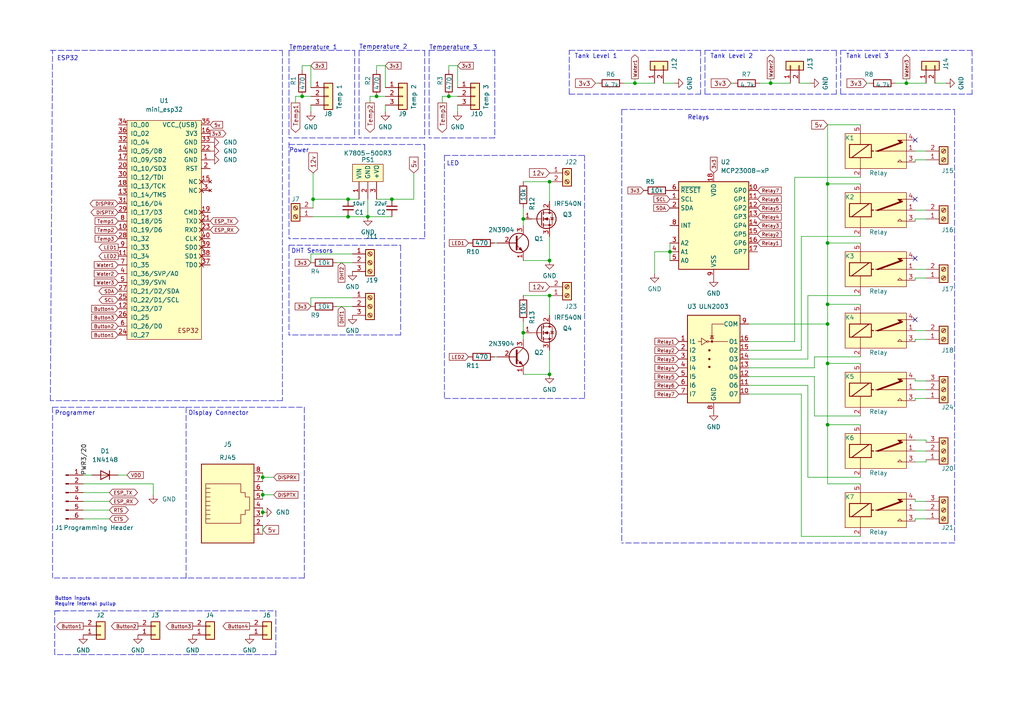
<source format=kicad_sch>
(kicad_sch (version 20211123) (generator eeschema)
  (paper "A4")
  (title_block (title "SmartRV-AIO") (date "2022-02-19") (rev "v0.1") (company "SmartRV") (comment 1 "robin@smartrv.uk"))
  (junction (at 159.385 52.705))
  (junction (at 151.765 96.52))
  (junction (at 100.965 62.865))
  (junction (at 106.68 62.865))
  (junction (at 159.385 75.565))
  (junction (at 113.665 57.785))
  (junction (at 151.765 63.5))
  (junction (at 76.2 138.43))
  (junction (at 109.22 27.94))
  (junction (at 159.385 108.585))
  (junction (at 90.805 57.785))
  (junction (at 240.03 70.485))
  (junction (at 100.965 57.785))
  (junction (at 262.89 24.13))
  (junction (at 76.2 148.59))
  (junction (at 130.175 27.94))
  (junction (at 240.03 93.98))
  (junction (at 87.63 27.94))
  (junction (at 76.2 143.51))
  (junction (at 194.31 73.025))
  (junction (at 184.15 24.13))
  (junction (at 240.03 88.265))
  (junction (at 240.03 105.41))
  (junction (at 159.385 85.725))
  (junction (at 223.52 24.13))
  (junction (at 240.03 123.19))
  (junction (at 240.03 53.34))
  (no_connect (at 265.43 74.93))
  (no_connect (at 265.43 92.71))
  (no_connect (at 265.43 40.64))
  (no_connect (at 265.43 57.785))
  (wire (pts (xy 217.17 114.3) (xy 232.41 114.3)))
  (polyline (pts (xy 123.19 41.91) (xy 123.19 69.215)))
  (polyline (pts (xy 243.84 27.305) (xy 281.94 27.305)))
  (wire (pts (xy 265.43 63.5) (xy 265.43 64.135)))
  (wire (pts (xy 90.805 62.865) (xy 100.965 62.865)))
  (polyline (pts (xy 165.1 27.305) (xy 203.2 27.305)))
  (wire (pts (xy 90.17 19.05) (xy 90.17 25.4)))
  (polyline (pts (xy 123.19 14.605) (xy 123.19 40.005)))
  (polyline (pts (xy 276.86 31.75) (xy 276.86 157.48)))
  (polyline (pts (xy 143.51 14.605) (xy 143.51 40.005)))
  (wire (pts (xy 234.315 111.76) (xy 234.315 138.43)))
  (polyline (pts (xy 124.46 14.605) (xy 143.51 14.605)))
  (wire (pts (xy 44.45 140.335) (xy 24.13 140.335)))
  (wire (pts (xy 159.385 85.725) (xy 151.765 85.725)))
  (wire (pts (xy 130.175 19.05) (xy 132.715 19.05)))
  (polyline (pts (xy 128.905 45.085) (xy 169.545 45.085)))
  (wire (pts (xy 217.17 101.6) (xy 232.41 101.6)))
  (wire (pts (xy 265.43 133.985) (xy 268.605 133.985)))
  (wire (pts (xy 268.605 63.5) (xy 265.43 63.5)))
  (wire (pts (xy 232.41 68.58) (xy 249.555 68.58)))
  (wire (pts (xy 240.03 36.195) (xy 249.555 36.195)))
  (wire (pts (xy 113.665 57.785) (xy 120.015 57.785)))
  (wire (pts (xy 100.965 57.785) (xy 104.14 57.785)))
  (polyline (pts (xy 15.875 189.865) (xy 15.875 177.165)))
  (wire (pts (xy 76.2 138.43) (xy 79.375 138.43)))
  (polyline (pts (xy 124.46 14.605) (xy 124.46 40.005)))
  (polyline (pts (xy 15.24 118.11) (xy 15.24 167.64)))
  (polyline (pts (xy 53.975 118.11) (xy 88.265 118.11)))
  (polyline (pts (xy 102.87 14.605) (xy 102.87 40.005)))
  (wire (pts (xy 87.63 19.05) (xy 90.17 19.05)))
  (wire (pts (xy 265.43 95.885) (xy 268.605 95.885)))
  (wire (pts (xy 173.355 24.13) (xy 172.72 24.13)))
  (polyline (pts (xy 83.82 41.91) (xy 123.19 41.91)))
  (wire (pts (xy 76.2 143.51) (xy 79.375 143.51)))
  (wire (pts (xy 265.43 151.13) (xy 265.43 150.495)))
  (wire (pts (xy 106.68 57.785) (xy 106.68 62.865)))
  (wire (pts (xy 87.63 27.94) (xy 90.17 27.94)))
  (polyline (pts (xy 180.34 31.75) (xy 276.86 31.75)))
  (wire (pts (xy 76.2 137.16) (xy 76.2 138.43)))
  (wire (pts (xy 189.865 79.375) (xy 189.865 73.025)))
  (wire (pts (xy 262.89 24.13) (xy 262.89 22.86)))
  (wire (pts (xy 265.43 43.815) (xy 268.605 43.815)))
  (wire (pts (xy 107.315 27.94) (xy 109.22 27.94)))
  (wire (pts (xy 232.41 155.575) (xy 249.555 155.575)))
  (polyline (pts (xy 14.605 14.605) (xy 81.915 14.605)))
  (wire (pts (xy 240.03 88.265) (xy 249.555 88.265)))
  (wire (pts (xy 268.605 80.645) (xy 265.43 80.645)))
  (wire (pts (xy 271.145 24.13) (xy 274.32 24.13)))
  (polyline (pts (xy 123.19 41.91) (xy 123.19 69.215)))
  (wire (pts (xy 265.43 78.105) (xy 268.605 78.105)))
  (wire (pts (xy 109.22 57.785) (xy 113.665 57.785)))
  (wire (pts (xy 109.22 27.94) (xy 111.76 27.94)))
  (wire (pts (xy 159.385 75.565) (xy 151.765 75.565)))
  (wire (pts (xy 90.17 32.385) (xy 90.17 30.48)))
  (polyline (pts (xy 276.86 157.48) (xy 180.34 157.48)))
  (wire (pts (xy 240.03 70.485) (xy 249.555 70.485)))
  (wire (pts (xy 265.43 115.57) (xy 265.43 116.205)))
  (wire (pts (xy 90.805 57.785) (xy 100.965 57.785)))
  (wire (pts (xy 159.385 101.6) (xy 159.385 108.585)))
  (wire (pts (xy 159.385 108.585) (xy 151.765 108.585)))
  (wire (pts (xy 236.22 120.65) (xy 249.555 120.65)))
  (polyline (pts (xy 14.605 116.205) (xy 15.24 14.605)))
  (wire (pts (xy 76.2 147.32) (xy 76.2 148.59)))
  (polyline (pts (xy 15.24 118.11) (xy 53.975 118.11)))
  (wire (pts (xy 151.765 60.325) (xy 151.765 63.5)))
  (polyline (pts (xy 116.205 71.12) (xy 116.205 97.155)))
  (wire (pts (xy 31.75 147.955) (xy 24.13 147.955)))
  (polyline (pts (xy 83.82 14.605) (xy 102.87 14.605)))
  (wire (pts (xy 265.43 46.355) (xy 265.43 46.99)))
  (polyline (pts (xy 165.1 14.605) (xy 203.2 14.605)))
  (wire (pts (xy 232.41 114.3) (xy 232.41 155.575)))
  (wire (pts (xy 97.79 76.2) (xy 102.235 76.2)))
  (polyline (pts (xy 203.2 14.605) (xy 203.2 27.305)))
  (wire (pts (xy 36.83 137.795) (xy 34.29 137.795)))
  (polyline (pts (xy 242.57 14.605) (xy 242.57 27.305)))
  (wire (pts (xy 87.63 19.05) (xy 87.63 20.32)))
  (polyline (pts (xy 80.01 189.865) (xy 15.875 189.865)))
  (wire (pts (xy 240.03 93.98) (xy 240.03 105.41)))
  (polyline (pts (xy 123.19 69.215) (xy 83.82 69.215)))
  (wire (pts (xy 240.03 53.34) (xy 240.03 36.195)))
  (wire (pts (xy 240.03 105.41) (xy 240.03 123.19)))
  (wire (pts (xy 268.605 115.57) (xy 265.43 115.57)))
  (wire (pts (xy 236.22 109.22) (xy 236.22 120.65)))
  (wire (pts (xy 97.79 88.9) (xy 102.235 88.9)))
  (wire (pts (xy 234.315 85.725) (xy 249.555 85.725)))
  (wire (pts (xy 31.75 150.495) (xy 24.13 150.495)))
  (wire (pts (xy 236.22 103.505) (xy 249.555 103.505)))
  (wire (pts (xy 217.17 104.14) (xy 234.315 104.14)))
  (polyline (pts (xy 143.51 40.005) (xy 124.46 40.005)))
  (wire (pts (xy 223.52 24.13) (xy 229.235 24.13)))
  (wire (pts (xy 268.605 133.985) (xy 268.605 133.35)))
  (wire (pts (xy 240.03 93.98) (xy 240.03 88.265)))
  (wire (pts (xy 130.175 27.94) (xy 132.715 27.94)))
  (wire (pts (xy 265.43 127.635) (xy 268.605 127.635)))
  (wire (pts (xy 31.75 145.415) (xy 24.13 145.415)))
  (polyline (pts (xy 169.545 45.085) (xy 169.545 115.57)))
  (wire (pts (xy 26.67 137.795) (xy 24.13 137.795)))
  (wire (pts (xy 76.2 138.43) (xy 76.2 139.7)))
  (wire (pts (xy 234.315 104.14) (xy 234.315 85.725)))
  (polyline (pts (xy 53.975 118.11) (xy 53.975 167.64)))
  (wire (pts (xy 132.715 32.385) (xy 132.715 30.48)))
  (polyline (pts (xy 83.82 41.275) (xy 83.82 69.215)))
  (polyline (pts (xy 128.905 45.085) (xy 128.905 115.57)))
  (polyline (pts (xy 243.84 14.605) (xy 281.94 14.605)))
  (wire (pts (xy 128.27 29.845) (xy 128.27 27.94)))
  (polyline (pts (xy 102.87 40.005) (xy 83.82 40.005)))
  (wire (pts (xy 217.17 111.76) (xy 234.315 111.76)))
  (wire (pts (xy 128.27 27.94) (xy 130.175 27.94)))
  (polyline (pts (xy 165.1 27.305) (xy 165.1 14.605)))
  (wire (pts (xy 90.17 88.9) (xy 90.17 86.36)))
  (wire (pts (xy 232.41 101.6) (xy 232.41 68.58)))
  (wire (pts (xy 143.51 70.485) (xy 144.145 70.485)))
  (wire (pts (xy 259.715 24.13) (xy 262.89 24.13)))
  (wire (pts (xy 230.505 99.06) (xy 230.505 51.435)))
  (polyline (pts (xy 53.975 167.64) (xy 15.24 167.64)))
  (wire (pts (xy 107.315 29.845) (xy 107.315 27.94)))
  (wire (pts (xy 111.76 19.05) (xy 111.76 25.4)))
  (wire (pts (xy 240.03 140.335) (xy 249.555 140.335)))
  (polyline (pts (xy 15.875 177.165) (xy 80.01 177.165)))
  (wire (pts (xy 151.765 93.345) (xy 151.765 96.52)))
  (polyline (pts (xy 180.34 31.75) (xy 180.34 157.48)))
  (wire (pts (xy 109.22 19.05) (xy 111.76 19.05)))
  (wire (pts (xy 100.965 62.865) (xy 106.68 62.865)))
  (polyline (pts (xy 281.94 14.605) (xy 281.94 27.305)))
  (wire (pts (xy 90.17 86.36) (xy 102.235 86.36)))
  (wire (pts (xy 159.385 91.44) (xy 159.385 85.725)))
  (polyline (pts (xy 88.265 118.11) (xy 88.265 167.64)))
  (wire (pts (xy 217.17 93.98) (xy 240.03 93.98)))
  (wire (pts (xy 234.315 138.43) (xy 249.555 138.43)))
  (wire (pts (xy 31.75 142.875) (xy 24.13 142.875)))
  (wire (pts (xy 265.43 60.96) (xy 268.605 60.96)))
  (wire (pts (xy 265.43 109.855) (xy 265.43 110.49)))
  (wire (pts (xy 194.31 73.025) (xy 194.31 75.565)))
  (wire (pts (xy 217.17 109.22) (xy 236.22 109.22)))
  (wire (pts (xy 90.805 60.325) (xy 90.805 57.785)))
  (wire (pts (xy 265.43 147.955) (xy 268.605 147.955)))
  (wire (pts (xy 151.765 96.52) (xy 151.765 98.425)))
  (wire (pts (xy 90.17 73.66) (xy 102.235 73.66)))
  (wire (pts (xy 265.43 80.645) (xy 265.43 81.28)))
  (wire (pts (xy 240.03 88.265) (xy 240.03 70.485)))
  (wire (pts (xy 240.03 123.19) (xy 240.03 140.335)))
  (wire (pts (xy 76.2 148.59) (xy 76.2 149.86)))
  (wire (pts (xy 90.17 76.2) (xy 90.17 73.66)))
  (wire (pts (xy 159.385 68.58) (xy 159.385 75.565)))
  (polyline (pts (xy 204.47 27.305) (xy 204.47 14.605)))
  (wire (pts (xy 90.805 50.165) (xy 90.805 57.785)))
  (wire (pts (xy 236.22 106.68) (xy 236.22 103.505)))
  (wire (pts (xy 240.03 53.34) (xy 249.555 53.34)))
  (polyline (pts (xy 116.205 97.155) (xy 83.82 97.155)))
  (wire (pts (xy 217.17 106.68) (xy 236.22 106.68)))
  (wire (pts (xy 265.43 113.03) (xy 268.605 113.03)))
  (wire (pts (xy 109.22 19.05) (xy 109.22 20.32)))
  (polyline (pts (xy 88.265 167.64) (xy 53.975 167.64)))
  (wire (pts (xy 223.52 24.13) (xy 223.52 22.86)))
  (wire (pts (xy 268.605 145.415) (xy 265.43 145.415)))
  (polyline (pts (xy 81.915 14.605) (xy 81.915 116.205)))
  (wire (pts (xy 240.03 123.19) (xy 249.555 123.19)))
  (wire (pts (xy 130.175 19.05) (xy 130.175 20.32)))
  (wire (pts (xy 85.725 27.94) (xy 87.63 27.94)))
  (wire (pts (xy 180.975 24.13) (xy 184.15 24.13)))
  (wire (pts (xy 120.015 50.165) (xy 120.015 57.785)))
  (polyline (pts (xy 83.82 71.12) (xy 83.82 97.155)))
  (wire (pts (xy 240.03 70.485) (xy 240.03 53.34)))
  (wire (pts (xy 106.68 62.865) (xy 113.665 62.865)))
  (wire (pts (xy 231.775 24.13) (xy 234.95 24.13)))
  (wire (pts (xy 230.505 51.435) (xy 249.555 51.435)))
  (wire (pts (xy 194.31 70.485) (xy 194.31 73.025)))
  (wire (pts (xy 132.715 19.05) (xy 132.715 25.4)))
  (wire (pts (xy 217.17 99.06) (xy 230.505 99.06)))
  (wire (pts (xy 265.43 110.49) (xy 268.605 110.49)))
  (polyline (pts (xy 123.19 40.005) (xy 104.14 40.005)))
  (wire (pts (xy 240.03 105.41) (xy 249.555 105.41)))
  (wire (pts (xy 85.725 29.845) (xy 85.725 27.94)))
  (polyline (pts (xy 15.875 177.165) (xy 17.145 177.165)))
  (wire (pts (xy 268.605 98.425) (xy 265.43 98.425)))
  (polyline (pts (xy 83.82 71.12) (xy 116.205 71.12)))
  (wire (pts (xy 76.2 143.51) (xy 76.2 144.78)))
  (wire (pts (xy 262.89 24.13) (xy 268.605 24.13)))
  (wire (pts (xy 151.765 63.5) (xy 151.765 65.405)))
  (polyline (pts (xy 81.915 116.205) (xy 14.605 116.205)))
  (polyline (pts (xy 104.14 14.605) (xy 104.14 40.005)))
  (wire (pts (xy 265.43 145.415) (xy 265.43 144.78)))
  (wire (pts (xy 252.095 24.13) (xy 251.46 24.13)))
  (polyline (pts (xy 83.82 14.605) (xy 83.82 40.005)))
  (wire (pts (xy 192.405 24.13) (xy 195.58 24.13)))
  (polyline (pts (xy 80.01 177.165) (xy 80.01 189.865)))
  (wire (pts (xy 265.43 130.81) (xy 268.605 130.81)))
  (polyline (pts (xy 204.47 27.305) (xy 242.57 27.305)))
  (wire (pts (xy 111.76 32.385) (xy 111.76 30.48)))
  (wire (pts (xy 159.385 52.705) (xy 151.765 52.705)))
  (wire (pts (xy 212.725 24.13) (xy 212.09 24.13)))
  (polyline (pts (xy 204.47 14.605) (xy 242.57 14.605)))
  (wire (pts (xy 189.865 73.025) (xy 194.31 73.025)))
  (wire (pts (xy 220.345 24.13) (xy 223.52 24.13)))
  (wire (pts (xy 265.43 98.425) (xy 265.43 99.06)))
  (wire (pts (xy 159.385 58.42) (xy 159.385 52.705)))
  (polyline (pts (xy 243.84 27.305) (xy 243.84 14.605)))
  (wire (pts (xy 265.43 150.495) (xy 268.605 150.495)))
  (wire (pts (xy 76.2 142.24) (xy 76.2 143.51)))
  (wire (pts (xy 143.51 103.505) (xy 144.145 103.505)))
  (wire (pts (xy 184.15 24.13) (xy 184.15 22.86)))
  (wire (pts (xy 268.605 127.635) (xy 268.605 128.27)))
  (polyline (pts (xy 169.545 115.57) (xy 128.905 115.57)))
  (wire (pts (xy 44.45 143.51) (xy 44.45 140.335)))
  (wire (pts (xy 76.2 152.4) (xy 76.2 154.94)))
  (polyline (pts (xy 104.14 14.605) (xy 123.19 14.605)))
  (wire (pts (xy 184.15 24.13) (xy 189.865 24.13)))
  (wire (pts (xy 268.605 46.355) (xy 265.43 46.355)))
  (text "Relays" (at 199.39 34.925 0) (effects (font (size 1.27 1.27)) (justify left bottom)))
  (text "Power\n" (at 83.82 44.45 0) (effects (font (size 1.27 1.27)) (justify left bottom)))
  (text "LED\n" (at 129.54 48.26 0) (effects (font (size 1.27 1.27)) (justify left bottom)))
  (text "ESP32" (at 16.51 17.78 0) (effects (font (size 1.27 1.27)) (justify left bottom)))
  (text "Temperature 1\n" (at 83.82 14.605 0) (effects (font (size 1.27 1.27)) (justify left bottom)))
  (text "Temperature 2\n\n" (at 104.14 16.51 0) (effects (font (size 1.27 1.27)) (justify left bottom)))
  (text "Temperature 3" (at 124.46 14.605 0) (effects (font (size 1.27 1.27)) (justify left bottom)))
  (text "Button inputs\nRequire internal pullup\n" (at 15.875 175.895 0) (effects (font (size 1 1)) (justify left bottom)))
  (text "DHT Sensors\n" (at 84.455 73.66 0) (effects (font (size 1.27 1.27)) (justify left bottom)))
  (text "Programmer\n" (at 15.875 120.65 0) (effects (font (size 1.27 1.27)) (justify left bottom)))
  (text "Tank Level 2\n" (at 218.44 17.145 180) (effects (font (size 1.27 1.27)) (justify right bottom)))
  (text "Tank Level 3\n" (at 257.81 17.145 180) (effects (font (size 1.27 1.27)) (justify right bottom)))
  (text "Display Connector\n" (at 54.61 120.65 0) (effects (font (size 1.27 1.27)) (justify left bottom)))
  (text "Tank Level 1" (at 179.07 17.145 180) (effects (font (size 1.27 1.27)) (justify right bottom)))
  (label "PWR3{slash}20" (at 25.4 137.795 90))
  (global_label "LED2" (shape output) (at 34.29 74.295 180) (effects (font (size 1 1))) (property "Intersheet References" "${INTERSHEET_REFS}" (effects hide)))
  (global_label "Button3" (shape output) (at 55.88 181.61 180) (effects (font (size 1 1))) (property "Intersheet References" "${INTERSHEET_REFS}" (effects hide)))
  (global_label "RTS" (shape bidirectional) (at 31.75 147.955 0) (effects (font (size 1 1))) (property "Intersheet References" "${INTERSHEET_REFS}" (effects hide)))
  (global_label "Relay7" (shape input) (at 196.85 114.3 180) (effects (font (size 1 1))) (property "Intersheet References" "${INTERSHEET_REFS}" (effects hide)))
  (global_label "12v" (shape input) (at 159.385 83.185 180) (property "Intersheet References" "${INTERSHEET_REFS}" (effects hide)))
  (global_label "ESP_TX" (shape bidirectional) (at 31.75 142.875 0) (effects (font (size 1 1))) (property "Intersheet References" "${INTERSHEET_REFS}" (effects hide)))
  (global_label "5v" (shape input) (at 60.96 36.195 0) (effects (font (size 1 1))) (property "Intersheet References" "${INTERSHEET_REFS}" (effects hide)))
  (global_label "Temp3" (shape output) (at 128.27 29.845 270) (property "Intersheet References" "${INTERSHEET_REFS}" (effects hide)))
  (global_label "Water1" (shape output) (at 184.15 22.86 90) (effects (font (size 1 1))) (property "Intersheet References" "${INTERSHEET_REFS}" (effects hide)))
  (global_label "Temp1" (shape input) (at 34.29 64.135 180) (effects (font (size 1 1))) (property "Intersheet References" "${INTERSHEET_REFS}" (effects hide)))
  (global_label "3v3" (shape input) (at 90.17 19.05 0) (effects (font (size 1 1))) (property "Intersheet References" "${INTERSHEET_REFS}" (effects hide)))
  (global_label "DISPRX" (shape bidirectional) (at 34.29 59.055 180) (effects (font (size 1 1))) (property "Intersheet References" "${INTERSHEET_REFS}" (effects hide)))
  (global_label "Temp2" (shape input) (at 34.29 66.675 180) (effects (font (size 1 1))) (property "Intersheet References" "${INTERSHEET_REFS}" (effects hide)))
  (global_label "VDD" (shape input) (at 36.83 137.795 0) (effects (font (size 1 1))) (property "Intersheet References" "${INTERSHEET_REFS}" (effects hide)))
  (global_label "5v" (shape input) (at 120.015 50.165 90) (property "Intersheet References" "${INTERSHEET_REFS}" (effects hide)))
  (global_label "3v3" (shape input) (at 207.01 50.165 90) (effects (font (size 1 1))) (property "Intersheet References" "${INTERSHEET_REFS}" (effects hide)))
  (global_label "Button2" (shape output) (at 40.005 181.61 180) (effects (font (size 1 1))) (property "Intersheet References" "${INTERSHEET_REFS}" (effects hide)))
  (global_label "Relay3" (shape input) (at 196.85 104.14 180) (effects (font (size 1 1))) (property "Intersheet References" "${INTERSHEET_REFS}" (effects hide)))
  (global_label "Relay1" (shape input) (at 219.71 70.485 0) (effects (font (size 1 1))) (property "Intersheet References" "${INTERSHEET_REFS}" (effects hide)))
  (global_label "DHT1" (shape input) (at 99.06 88.9 270) (effects (font (size 1 1))) (property "Intersheet References" "${INTERSHEET_REFS}" (effects hide)))
  (global_label "Relay6" (shape input) (at 219.71 57.785 0) (effects (font (size 1 1))) (property "Intersheet References" "${INTERSHEET_REFS}" (effects hide)))
  (global_label "DISPTX" (shape input) (at 79.375 143.51 0) (effects (font (size 1 1))) (property "Intersheet References" "${INTERSHEET_REFS}" (effects hide)))
  (global_label "Relay4" (shape input) (at 219.71 62.865 0) (effects (font (size 1 1))) (property "Intersheet References" "${INTERSHEET_REFS}" (effects hide)))
  (global_label "LED2" (shape input) (at 135.89 103.505 180) (effects (font (size 1 1))) (property "Intersheet References" "${INTERSHEET_REFS}" (effects hide)))
  (global_label "12v" (shape input) (at 159.385 50.165 180) (property "Intersheet References" "${INTERSHEET_REFS}" (effects hide)))
  (global_label "3v3" (shape output) (at 60.96 38.735 0) (effects (font (size 1 1))) (property "Intersheet References" "${INTERSHEET_REFS}" (effects hide)))
  (global_label "Button4" (shape output) (at 72.39 181.61 180) (effects (font (size 1 1))) (property "Intersheet References" "${INTERSHEET_REFS}" (effects hide)))
  (global_label "Water2" (shape input) (at 34.29 79.375 180) (effects (font (size 1 1))) (property "Intersheet References" "${INTERSHEET_REFS}" (effects hide)))
  (global_label "Relay2" (shape input) (at 196.85 101.6 180) (effects (font (size 1 1))) (property "Intersheet References" "${INTERSHEET_REFS}" (effects hide)))
  (global_label "SCL" (shape input) (at 194.31 57.785 180) (effects (font (size 1 1))) (property "Intersheet References" "${INTERSHEET_REFS}" (effects hide)))
  (global_label "Temp3" (shape input) (at 34.29 69.215 180) (effects (font (size 1 1))) (property "Intersheet References" "${INTERSHEET_REFS}" (effects hide)))
  (global_label "Water3" (shape output) (at 262.89 22.86 90) (effects (font (size 1 1))) (property "Intersheet References" "${INTERSHEET_REFS}" (effects hide)))
  (global_label "Button1" (shape input) (at 34.29 97.155 180) (effects (font (size 1 1))) (property "Intersheet References" "${INTERSHEET_REFS}" (effects hide)))
  (global_label "ESP_TX" (shape bidirectional) (at 60.96 64.135 0) (effects (font (size 1 1))) (property "Intersheet References" "${INTERSHEET_REFS}" (effects hide)))
  (global_label "3v3" (shape input) (at 251.46 24.13 180) (property "Intersheet References" "${INTERSHEET_REFS}" (effects hide)))
  (global_label "12v" (shape input) (at 90.805 50.165 90) (property "Intersheet References" "${INTERSHEET_REFS}" (effects hide)))
  (global_label "Water2" (shape output) (at 223.52 22.86 90) (effects (font (size 1 1))) (property "Intersheet References" "${INTERSHEET_REFS}" (effects hide)))
  (global_label "3v3" (shape input) (at 212.09 24.13 180) (property "Intersheet References" "${INTERSHEET_REFS}" (effects hide)))
  (global_label "5v" (shape input) (at 240.03 36.195 180) (property "Intersheet References" "${INTERSHEET_REFS}" (effects hide)))
  (global_label "Button4" (shape input) (at 34.29 89.535 180) (effects (font (size 1 1))) (property "Intersheet References" "${INTERSHEET_REFS}" (effects hide)))
  (global_label "Relay5" (shape input) (at 196.85 109.22 180) (effects (font (size 1 1))) (property "Intersheet References" "${INTERSHEET_REFS}" (effects hide)))
  (global_label "CTS" (shape bidirectional) (at 31.75 150.495 0) (effects (font (size 1 1))) (property "Intersheet References" "${INTERSHEET_REFS}" (effects hide)))
  (global_label "DHT2" (shape input) (at 99.06 76.2 270) (effects (font (size 1 1))) (property "Intersheet References" "${INTERSHEET_REFS}" (effects hide)))
  (global_label "Relay4" (shape input) (at 196.85 106.68 180) (effects (font (size 1 1))) (property "Intersheet References" "${INTERSHEET_REFS}" (effects hide)))
  (global_label "SCL" (shape bidirectional) (at 34.29 86.995 180) (effects (font (size 1 1))) (property "Intersheet References" "${INTERSHEET_REFS}" (effects hide)))
  (global_label "Relay1" (shape input) (at 196.85 99.06 180) (effects (font (size 1 1))) (property "Intersheet References" "${INTERSHEET_REFS}" (effects hide)))
  (global_label "DISPTX" (shape bidirectional) (at 34.29 61.595 180) (effects (font (size 1 1))) (property "Intersheet References" "${INTERSHEET_REFS}" (effects hide)))
  (global_label "SDA" (shape input) (at 194.31 60.325 180) (effects (font (size 1 1))) (property "Intersheet References" "${INTERSHEET_REFS}" (effects hide)))
  (global_label "3v3" (shape input) (at 111.76 19.05 0) (effects (font (size 1 1))) (property "Intersheet References" "${INTERSHEET_REFS}" (effects hide)))
  (global_label "3v3" (shape input) (at 186.69 55.245 180) (effects (font (size 1 1))) (property "Intersheet References" "${INTERSHEET_REFS}" (effects hide)))
  (global_label "Relay7" (shape input) (at 219.71 55.245 0) (effects (font (size 1 1))) (property "Intersheet References" "${INTERSHEET_REFS}" (effects hide)))
  (global_label "Button1" (shape output) (at 24.13 181.61 180) (effects (font (size 1 1))) (property "Intersheet References" "${INTERSHEET_REFS}" (effects hide)))
  (global_label "Temp1" (shape output) (at 85.725 29.845 270) (property "Intersheet References" "${INTERSHEET_REFS}" (effects hide)))
  (global_label "Water3" (shape input) (at 34.29 81.915 180) (effects (font (size 1 1))) (property "Intersheet References" "${INTERSHEET_REFS}" (effects hide)))
  (global_label "LED1" (shape input) (at 135.89 70.485 180) (effects (font (size 1 1))) (property "Intersheet References" "${INTERSHEET_REFS}" (effects hide)))
  (global_label "3v3" (shape input) (at 90.17 88.9 180) (effects (font (size 1 1))) (property "Intersheet References" "${INTERSHEET_REFS}" (effects hide)))
  (global_label "Relay3" (shape input) (at 219.71 65.405 0) (effects (font (size 1 1))) (property "Intersheet References" "${INTERSHEET_REFS}" (effects hide)))
  (global_label "Relay2" (shape input) (at 219.71 67.945 0) (effects (font (size 1 1))) (property "Intersheet References" "${INTERSHEET_REFS}" (effects hide)))
  (global_label "Relay5" (shape input) (at 219.71 60.325 0) (effects (font (size 1 1))) (property "Intersheet References" "${INTERSHEET_REFS}" (effects hide)))
  (global_label "Button2" (shape input) (at 34.29 94.615 180) (effects (font (size 1 1))) (property "Intersheet References" "${INTERSHEET_REFS}" (effects hide)))
  (global_label "Relay6" (shape input) (at 196.85 111.76 180) (effects (font (size 1 1))) (property "Intersheet References" "${INTERSHEET_REFS}" (effects hide)))
  (global_label "3v3" (shape input) (at 90.17 76.2 180) (effects (font (size 1 1))) (property "Intersheet References" "${INTERSHEET_REFS}" (effects hide)))
  (global_label "Water1" (shape input) (at 34.29 76.835 180) (effects (font (size 1 1))) (property "Intersheet References" "${INTERSHEET_REFS}" (effects hide)))
  (global_label "Button3" (shape input) (at 34.29 92.075 180) (effects (font (size 1 1))) (property "Intersheet References" "${INTERSHEET_REFS}" (effects hide)))
  (global_label "Temp2" (shape output) (at 107.315 29.845 270) (property "Intersheet References" "${INTERSHEET_REFS}" (effects hide)))
  (global_label "DISPRX" (shape input) (at 79.375 138.43 0) (effects (font (size 1 1))) (property "Intersheet References" "${INTERSHEET_REFS}" (effects hide)))
  (global_label "3v3" (shape input) (at 132.715 19.05 0) (effects (font (size 1 1))) (property "Intersheet References" "${INTERSHEET_REFS}" (effects hide)))
  (global_label "ESP_RX" (shape bidirectional) (at 60.96 66.675 0) (effects (font (size 1 1))) (property "Intersheet References" "${INTERSHEET_REFS}" (effects hide)))
  (global_label "3v3" (shape input) (at 172.72 24.13 180) (property "Intersheet References" "${INTERSHEET_REFS}" (effects hide)))
  (global_label "LED1" (shape output) (at 34.29 71.755 180) (effects (font (size 1 1))) (property "Intersheet References" "${INTERSHEET_REFS}" (effects hide)))
  (global_label "ESP_RX" (shape bidirectional) (at 31.75 145.415 0) (effects (font (size 1 1))) (property "Intersheet References" "${INTERSHEET_REFS}" (effects hide)))
  (global_label "SDA" (shape bidirectional) (at 34.29 84.455 180) (effects (font (size 1 1))) (property "Intersheet References" "${INTERSHEET_REFS}" (effects hide)))
  (global_label "5v" (shape input) (at 76.2 153.67 0) (property "Intersheet References" "${INTERSHEET_REFS}" (effects hide)))
  (symbol (lib_id "Connector:Screw_Terminal_01x03") (at 273.685 113.03 0) (mirror x) (unit 1)
    (property "Reference" "J24" (at 273.05 118.11 0) (effects (justify left)))
    (property "Value" "Screw_Terminal_01x03" (effects hide))
    (property "Footprint" "TerminalBlock_Phoenix:TerminalBlock_Phoenix_MKDS-1,5-3_1x03_P5.00mm_Horizontal" (effects hide))
  )
  (symbol (lib_id "power:GND") (at 44.45 143.51 0) (unit 1)
    (property "Reference" "#PWR03" (effects hide))
    (property "Value" "GND" (at 46.99 144.7799 0) (effects (justify left)))
  )
  (symbol (lib_id "Connector:Screw_Terminal_01x02") (at 273.685 63.5 0) (mirror x) (unit 1)
    (property "Reference" "J16" (at 273.05 66.675 0) (effects (justify left)))
    (property "Value" "Screw_Terminal_01x02" (effects hide))
    (property "Footprint" "TerminalBlock_Phoenix:TerminalBlock_Phoenix_MKDS-1,5-2_1x02_P5.00mm_Horizontal" (effects hide))
  )
  (symbol (lib_id "Connector_Generic:Conn_01x03") (at 137.795 27.94 0) (unit 1)
    (property "Reference" "J10" (at 136.525 33.02 0) (effects (justify left)))
    (property "Value" "Temp 3" (at 140.97 31.75 90) (effects (justify left)))
    (property "Footprint" "Connector_JST:JST_XH_B3B-XH-A_1x03_P2.50mm_Vertical" (effects hide))
  )
  (symbol (lib_id "Device:R") (at 130.175 24.13 0) (unit 1)
    (property "Reference" "R3" (at 127.635 24.765 90) (effects (justify left)))
    (property "Value" "470" (at 129.54 22.225 90) (effects (justify right top)))
    (property "Footprint" "Resistor_THT:R_Axial_DIN0207_L6.3mm_D2.5mm_P7.62mm_Horizontal" (effects hide))
  )
  (symbol (lib_id "power:GND") (at 106.68 62.865 0) (unit 1)
    (property "Reference" "#PWR011" (effects hide))
    (property "Value" "GND" (at 106.68 67.31 0))
  )
  (symbol (lib_id "Device:R") (at 93.98 88.9 90) (unit 1)
    (property "Reference" "R9" (at 91.44 91.44 90))
    (property "Value" "10k" (at 93.98 88.9 90))
    (property "Footprint" "Resistor_THT:R_Axial_DIN0207_L6.3mm_D2.5mm_P7.62mm_Horizontal" (effects hide))
  )
  (symbol (lib_id "power:GND") (at 207.01 119.38 0) (unit 1)
    (property "Reference" "#PWR018" (effects hide))
    (property "Value" "GND" (at 207.01 123.825 0))
  )
  (symbol (lib_id "Connector_Generic:Conn_01x03") (at 116.84 27.94 0) (unit 1)
    (property "Reference" "J9" (at 115.57 33.02 0) (effects (justify left)))
    (property "Value" "Temp 2" (at 120.015 31.75 90) (effects (justify left)))
    (property "Footprint" "Connector_JST:JST_XH_B3B-XH-A_1x03_P2.50mm_Vertical" (effects hide))
  )
  (symbol (lib_id "Relay:SANYOU_SRD_Form_C") (at 252.095 130.81 0) (unit 1)
    (property "Reference" "K6" (at 245.11 127 0) (effects (justify left)))
    (property "Value" "Relay" (at 252.095 137.16 0) (effects (justify left)))
    (property "Footprint" "Relay_THT:Relay_SPDT_SANYOU_SRD_Series_Form_C" (effects hide))
    (property "Datasheet" "http://www.sanyourelay.ca/public/products/pdf/SRD.pdf" (effects hide))
  )
  (symbol (lib_id "Device:R") (at 139.7 103.505 90) (unit 1)
    (property "Reference" "R11" (at 137.16 106.045 90))
    (property "Value" "470" (at 139.7 103.505 90))
    (property "Footprint" "Resistor_THT:R_Axial_DIN0207_L6.3mm_D2.5mm_P7.62mm_Horizontal" (effects hide))
  )
  (symbol (lib_id "power:GND") (at 102.235 91.44 0) (unit 1)
    (property "Reference" "#PWR021" (effects hide))
    (property "Value" "GND" (at 102.235 95.885 0))
  )
  (symbol (lib_id "Interface_Expansion:MCP23008-xP") (at 207.01 65.405 0) (unit 1)
    (property "Reference" "U2" (at 209.0294 46.99 0) (effects (justify left)))
    (property "Value" "MCP23008-xP" (at 209.0294 49.53 0) (effects (justify left)))
    (property "Footprint" "Package_DIP:DIP-18_W7.62mm" (effects hide))
    (property "Datasheet" "http://ww1.microchip.com/downloads/en/DeviceDoc/MCP23008-MCP23S08-Data-Sheet-20001919F.pdf" (effects hide))
  )
  (symbol (lib_id "Transistor_Array:ULN2003") (at 207.01 104.14 0) (unit 1)
    (property "Reference" "U3" (at 200.66 88.9 0))
    (property "Value" "ULN2003" (at 207.01 88.9 0))
    (property "Footprint" "Package_DIP:DIP-16_W7.62mm_LongPads" (effects hide))
    (property "Datasheet" "http://www.ti.com/lit/ds/symlink/uln2003a.pdf" (effects hide))
  )
  (symbol (lib_id "power:GND") (at 40.005 184.15 0) (unit 1)
    (property "Reference" "#PWR02" (effects hide))
    (property "Value" "GND" (at 40.005 188.595 0))
  )
  (symbol (lib_id "Relay:SANYOU_SRD_Form_C") (at 252.095 60.96 0) (unit 1)
    (property "Reference" "K2" (at 245.11 57.15 0) (effects (justify left)))
    (property "Value" "Relay" (at 252.095 67.31 0) (effects (justify left)))
    (property "Footprint" "Relay_THT:Relay_SPDT_SANYOU_SRD_Series_Form_C" (effects hide))
    (property "Datasheet" "http://www.sanyourelay.ca/public/products/pdf/SRD.pdf" (effects hide))
  )
  (symbol (lib_id "power:GND") (at 102.235 78.74 0) (unit 1)
    (property "Reference" "#PWR014" (effects hide))
    (property "Value" "GND" (at 102.235 83.185 0))
  )
  (symbol (lib_id "Diode:1N4148") (at 30.48 137.795 180) (unit 1)
    (property "Reference" "D1" (at 30.48 130.81 0))
    (property "Value" "1N4148" (at 30.48 133.35 0))
    (property "Footprint" "Diode_THT:D_DO-35_SOD27_P7.62mm_Horizontal" (effects hide))
    (property "Datasheet" "https://assets.nexperia.com/documents/data-sheet/1N4148_1N4448.pdf" (effects hide))
  )
  (symbol (lib_id "Transistor_BJT:2N3904") (at 149.225 103.505 0) (unit 1)
    (property "Reference" "Q2" (at 154.94 102.2349 0) (effects (justify left)))
    (property "Value" "2N3904" (at 141.605 99.695 0) (effects (justify left)))
    (property "Footprint" "Package_TO_SOT_THT:TO-92_Inline" (effects hide))
    (property "Datasheet" "https://www.onsemi.com/pub/Collateral/2N3903-D.PDF" (effects hide))
  )
  (symbol (lib_id "Connector_Generic:Conn_01x02") (at 29.21 184.15 0) (mirror x) (unit 1)
    (property "Reference" "J2" (at 27.94 178.435 0) (effects (justify left)))
    (property "Value" "Button1" (effects hide))
    (property "Footprint" "Connector_JST:JST_XH_B2B-XH-A_1x02_P2.50mm_Vertical" (effects hide))
  )
  (symbol (lib_id "Connector:Screw_Terminal_01x03") (at 273.685 130.81 0) (mirror x) (unit 1)
    (property "Reference" "J20" (at 273.05 135.89 0) (effects (justify left)))
    (property "Value" "Screw_Terminal_01x03" (effects hide))
    (property "Footprint" "TerminalBlock_Phoenix:TerminalBlock_Phoenix_MKDS-1,5-3_1x03_P5.00mm_Horizontal" (effects hide))
  )
  (symbol (lib_id "Connector:Screw_Terminal_01x02") (at 164.465 85.725 0) (mirror x) (unit 1)
    (property "Reference" "J23" (at 163.83 88.9 0) (effects (justify left)))
    (property "Value" "Screw_Terminal_01x02" (effects hide))
    (property "Footprint" "TerminalBlock_Phoenix:TerminalBlock_Phoenix_MKDS-1,5-2_1x02_P5.00mm_Horizontal" (effects hide))
  )
  (symbol (lib_id "Relay:SANYOU_SRD_Form_C") (at 252.095 95.885 0) (unit 1)
    (property "Reference" "K4" (at 245.11 92.075 0) (effects (justify left)))
    (property "Value" "Relay" (at 252.095 102.235 0) (effects (justify left)))
    (property "Footprint" "Relay_THT:Relay_SPDT_SANYOU_SRD_Series_Form_C" (effects hide))
    (property "Datasheet" "http://www.sanyourelay.ca/public/products/pdf/SRD.pdf" (effects hide))
  )
  (symbol (lib_id "Connector:Screw_Terminal_01x02") (at 164.465 50.165 0) (unit 1)
    (property "Reference" "J22" (at 163.83 46.99 0) (effects (justify left)))
    (property "Value" "Screw_Terminal_01x02" (effects hide))
    (property "Footprint" "TerminalBlock_Phoenix:TerminalBlock_Phoenix_MKDS-1,5-2_1x02_P5.00mm_Horizontal" (effects hide))
  )
  (symbol (lib_id "power:GND") (at 60.96 43.815 90) (unit 1)
    (property "Reference" "#PWR06" (effects hide))
    (property "Value" "GND" (at 64.77 43.8149 90) (effects (justify right)))
  )
  (symbol (lib_id "Device:R") (at 109.22 24.13 0) (unit 1)
    (property "Reference" "R2" (at 106.68 24.765 90) (effects (justify left)))
    (property "Value" "470" (at 108.585 22.225 90) (effects (justify right top)))
    (property "Footprint" "Resistor_THT:R_Axial_DIN0207_L6.3mm_D2.5mm_P7.62mm_Horizontal" (effects hide))
  )
  (symbol (lib_id "Connector:Screw_Terminal_01x03") (at 273.685 147.955 0) (mirror x) (unit 1)
    (property "Reference" "J21" (at 273.05 153.035 0) (effects (justify left)))
    (property "Value" "Screw_Terminal_01x03" (effects hide))
    (property "Footprint" "TerminalBlock_Phoenix:TerminalBlock_Phoenix_MKDS-1,5-3_1x03_P5.00mm_Horizontal" (effects hide))
  )
  (symbol (lib_id "Relay:SANYOU_SRD_Form_C") (at 252.095 147.955 0) (unit 1)
    (property "Reference" "K7" (at 245.11 144.145 0) (effects (justify left)))
    (property "Value" "Relay" (at 252.095 154.305 0) (effects (justify left)))
    (property "Footprint" "Relay_THT:Relay_SPDT_SANYOU_SRD_Series_Form_C" (effects hide))
    (property "Datasheet" "http://www.sanyourelay.ca/public/products/pdf/SRD.pdf" (effects hide))
  )
  (symbol (lib_id "Relay:SANYOU_SRD_Form_C") (at 252.095 43.815 0) (unit 1)
    (property "Reference" "K1" (at 245.11 40.005 0) (effects (justify left)))
    (property "Value" "Relay" (at 252.095 50.165 0) (effects (justify left)))
    (property "Footprint" "Relay_THT:Relay_SPDT_SANYOU_SRD_Series_Form_C" (effects hide))
    (property "Datasheet" "http://www.sanyourelay.ca/public/products/pdf/SRD.pdf" (effects hide))
  )
  (symbol (lib_id "ESP32_mini:mini_esp32") (at 46.99 33.655 0) (unit 1)
    (property "Reference" "U1" (at 47.625 29.21 0))
    (property "Value" "mini_esp32" (at 47.625 31.75 0))
    (property "Footprint" "ESP32_mini:ESP32_mini" (effects hide))
  )
  (symbol (lib_id "power:GND") (at 195.58 24.13 90) (unit 1)
    (property "Reference" "#PWR017" (effects hide))
    (property "Value" "GND" (at 200.025 24.13 0))
  )
  (symbol (lib_id "Device:R") (at 216.535 24.13 90) (unit 1)
    (property "Reference" "R7" (at 217.805 21.59 90) (effects (justify left)))
    (property "Value" "4.7k" (at 214.63 25.4 90) (effects (justify right top)))
    (property "Footprint" "Resistor_THT:R_Axial_DIN0207_L6.3mm_D2.5mm_P7.62mm_Horizontal" (effects hide))
  )
  (symbol (lib_id "Connector_Generic:Conn_01x03") (at 95.25 27.94 0) (unit 1)
    (property "Reference" "J8" (at 93.98 33.02 0) (effects (justify left)))
    (property "Value" "Temp 1" (at 98.425 31.75 90) (effects (justify left)))
    (property "Footprint" "Connector_JST:JST_XH_B3B-XH-A_1x03_P2.50mm_Vertical" (effects hide))
  )
  (symbol (lib_id "Device:C_Small") (at 100.965 60.325 0) (unit 1)
    (property "Reference" "C1" (at 102.87 61.595 0) (effects (justify left)))
    (property "Value" "10uF" (at 102.235 59.055 0) (effects (font (size 1 1)) (justify left)))
    (property "Footprint" "Capacitor_THT:C_Disc_D5.1mm_W3.2mm_P5.00mm" (effects hide))
  )
  (symbol (lib_id "power:GND") (at 159.385 108.585 0) (unit 1)
    (property "Reference" "#PWR023" (effects hide))
    (property "Value" "GND" (at 159.385 113.03 0))
  )
  (symbol (lib_id "Connector:Screw_Terminal_01x02") (at 85.725 62.865 180) (unit 1)
    (property "Reference" "J7" (at 85.725 57.785 0))
    (property "Value" "Screw_Terminal_01x02" (effects hide))
    (property "Footprint" "TerminalBlock_Phoenix:TerminalBlock_Phoenix_MKDS-1,5-2_1x02_P5.00mm_Horizontal" (effects hide))
  )
  (symbol (lib_id "Connector:Screw_Terminal_01x02") (at 273.685 80.645 0) (mirror x) (unit 1)
    (property "Reference" "J17" (at 273.05 83.82 0) (effects (justify left)))
    (property "Value" "Screw_Terminal_01x02" (effects hide))
    (property "Footprint" "TerminalBlock_Phoenix:TerminalBlock_Phoenix_MKDS-1,5-2_1x02_P5.00mm_Horizontal" (effects hide))
  )
  (symbol (lib_id "Device:R") (at 190.5 55.245 90) (unit 1)
    (property "Reference" "R5" (at 188.595 52.705 90))
    (property "Value" "10k" (at 190.5 55.245 90))
    (property "Footprint" "Resistor_THT:R_Axial_DIN0207_L6.3mm_D2.5mm_P7.62mm_Horizontal" (effects hide))
  )
  (symbol (lib_id "Device:R") (at 151.765 89.535 180) (unit 1)
    (property "Reference" "R13" (at 154.305 92.075 90))
    (property "Value" "10k" (at 151.765 89.535 90))
    (property "Footprint" "Resistor_THT:R_Axial_DIN0207_L6.3mm_D2.5mm_P7.62mm_Horizontal" (effects hide))
  )
  (symbol (lib_id "Connector_Generic:Conn_01x02") (at 77.47 184.15 0) (mirror x) (unit 1)
    (property "Reference" "J6" (at 76.2 178.435 0) (effects (justify left)))
    (property "Value" "Button4" (effects hide))
    (property "Footprint" "Connector_JST:JST_XH_B2B-XH-A_1x02_P2.50mm_Vertical" (effects hide))
  )
  (symbol (lib_id "Connector:Screw_Terminal_01x02") (at 273.685 46.355 0) (mirror x) (unit 1)
    (property "Reference" "J15" (at 273.05 49.53 0) (effects (justify left)))
    (property "Value" "Screw_Terminal_01x02" (effects hide))
    (property "Footprint" "TerminalBlock_Phoenix:TerminalBlock_Phoenix_MKDS-1,5-2_1x02_P5.00mm_Horizontal" (effects hide))
  )
  (symbol (lib_id "power:GND") (at 76.2 148.59 90) (unit 1)
    (property "Reference" "#PWR09" (effects hide))
    (property "Value" "GND" (at 80.01 148.5899 90) (effects (justify right)))
  )
  (symbol (lib_id "power:GND") (at 189.865 79.375 0) (unit 1)
    (property "Reference" "#PWR015" (effects hide))
    (property "Value" "GND" (at 189.865 83.82 0))
  )
  (symbol (lib_id "Transistor_BJT:2N3904") (at 149.225 70.485 0) (unit 1)
    (property "Reference" "Q1" (at 154.94 69.2149 0) (effects (justify left)))
    (property "Value" "2N3904" (at 141.605 66.675 0) (effects (justify left)))
    (property "Footprint" "Package_TO_SOT_THT:TO-92_Inline" (effects hide))
    (property "Datasheet" "https://www.onsemi.com/pub/Collateral/2N3903-D.PDF" (effects hide))
  )
  (symbol (lib_id "Device:R") (at 87.63 24.13 0) (unit 1)
    (property "Reference" "R1" (at 85.09 24.765 90) (effects (justify left)))
    (property "Value" "470" (at 86.995 22.225 90) (effects (justify right top)))
    (property "Footprint" "Resistor_THT:R_Axial_DIN0207_L6.3mm_D2.5mm_P7.62mm_Horizontal" (effects hide))
  )
  (symbol (lib_id "Connector_Generic:Conn_01x02") (at 229.235 19.05 90) (unit 1)
    (property "Reference" "J13" (at 234.95 20.32 0) (effects (justify left)))
    (property "Value" "Water Level Sensor" (effects hide))
    (property "Footprint" "Connector_JST:JST_XH_B2B-XH-A_1x02_P2.50mm_Vertical" (effects hide))
  )
  (symbol (lib_id "Connector_Generic:Conn_01x02") (at 268.605 19.05 90) (unit 1)
    (property "Reference" "J14" (at 274.32 20.32 0) (effects (justify left)))
    (property "Value" "Water Level Sensor" (effects hide))
    (property "Footprint" "Connector_JST:JST_XH_B2B-XH-A_1x02_P2.50mm_Vertical" (effects hide))
  )
  (symbol (lib_id "Connector_Generic:Conn_01x02") (at 60.96 184.15 0) (mirror x) (unit 1)
    (property "Reference" "J4" (at 59.69 178.435 0) (effects (justify left)))
    (property "Value" "Button3" (effects hide))
    (property "Footprint" "Connector_JST:JST_XH_B2B-XH-A_1x02_P2.50mm_Vertical" (effects hide))
  )
  (symbol (lib_id "Device:R") (at 177.165 24.13 90) (unit 1)
    (property "Reference" "R6" (at 178.435 21.59 90) (effects (justify left)))
    (property "Value" "4.7k" (at 175.26 25.4 90) (effects (justify right top)))
    (property "Footprint" "Resistor_THT:R_Axial_DIN0207_L6.3mm_D2.5mm_P7.62mm_Horizontal" (effects hide))
  )
  (symbol (lib_id "power:GND") (at 234.95 24.13 90) (unit 1)
    (property "Reference" "#PWR019" (effects hide))
    (property "Value" "GND" (at 239.395 24.13 0))
  )
  (symbol (lib_id "power:GND") (at 55.88 184.15 0) (unit 1)
    (property "Reference" "#PWR04" (effects hide))
    (property "Value" "GND" (at 55.88 188.595 0))
  )
  (symbol (lib_id "Relay:SANYOU_SRD_Form_C") (at 252.095 78.105 0) (unit 1)
    (property "Reference" "K3" (at 245.11 74.295 0) (effects (justify left)))
    (property "Value" "Relay" (at 252.095 84.455 0) (effects (justify left)))
    (property "Footprint" "Relay_THT:Relay_SPDT_SANYOU_SRD_Series_Form_C" (effects hide))
    (property "Datasheet" "http://www.sanyourelay.ca/public/products/pdf/SRD.pdf" (effects hide))
  )
  (symbol (lib_id "Transistor_FET:IRF540N") (at 156.845 96.52 0) (unit 1)
    (property "Reference" "Q4" (at 163.195 95.2499 0) (effects (justify left)))
    (property "Value" "IRF540N" (at 160.655 92.075 0) (effects (justify left)))
    (property "Footprint" "Package_TO_SOT_THT:TO-220-3_Vertical" (effects hide))
    (property "Datasheet" "http://www.irf.com/product-info/datasheets/data/irf540n.pdf" (effects hide))
  )
  (symbol (lib_id "Relay:SANYOU_SRD_Form_C") (at 252.095 113.03 0) (unit 1)
    (property "Reference" "K5" (at 245.11 109.22 0) (effects (justify left)))
    (property "Value" "Relay" (at 252.095 119.38 0) (effects (justify left)))
    (property "Footprint" "Relay_THT:Relay_SPDT_SANYOU_SRD_Series_Form_C" (effects hide))
    (property "Datasheet" "http://www.sanyourelay.ca/public/products/pdf/SRD.pdf" (effects hide))
  )
  (symbol (lib_id "power:GND") (at 90.17 32.385 0) (unit 1)
    (property "Reference" "#PWR010" (effects hide))
    (property "Value" "GND" (at 90.17 36.83 0))
  )
  (symbol (lib_id "SamacSys_Parts:K7805-500R3") (at 104.14 57.785 90) (unit 1)
    (property "Reference" "PS1" (at 104.775 46.355 90) (effects (justify right)))
    (property "Value" "K7805-500R3" (at 99.695 44.45 90) (effects (justify right)))
    (property "Footprint" "SamacSys_Parts:K7805500R3" (effects hide))
    (property "Description" "Wide input voltage non-isolated and regulated single output" (effects hide))
    (property "Height" "10.41" (effects hide))
    (property "Manufacturer_Name" "MORNSUN Guangzhou S& T" (effects hide))
    (property "Manufacturer_Part_Number" "K7805-500R3" (effects hide))
  )
  (symbol (lib_id "power:GND") (at 274.32 24.13 90) (unit 1)
    (property "Reference" "#PWR020" (effects hide))
    (property "Value" "GND" (at 278.765 24.13 0))
  )
  (symbol (lib_id "Connector_Generic:Conn_01x02") (at 189.865 19.05 90) (unit 1)
    (property "Reference" "J12" (at 195.58 20.32 0) (effects (justify left)))
    (property "Value" "Water Level Sensor" (effects hide))
    (property "Footprint" "Connector_JST:JST_XH_B2B-XH-A_1x02_P2.50mm_Vertical" (effects hide))
  )
  (symbol (lib_id "Transistor_FET:IRF540N") (at 156.845 63.5 0) (unit 1)
    (property "Reference" "Q3" (at 163.195 62.2299 0) (effects (justify left)))
    (property "Value" "IRF540N" (at 160.655 59.055 0) (effects (justify left)))
    (property "Footprint" "Package_TO_SOT_THT:TO-220-3_Vertical" (effects hide))
    (property "Datasheet" "http://www.irf.com/product-info/datasheets/data/irf540n.pdf" (effects hide))
  )
  (symbol (lib_id "Device:R") (at 151.765 56.515 180) (unit 1)
    (property "Reference" "R12" (at 154.305 59.055 90))
    (property "Value" "10k" (at 151.765 56.515 90))
    (property "Footprint" "Resistor_THT:R_Axial_DIN0207_L6.3mm_D2.5mm_P7.62mm_Horizontal" (effects hide))
  )
  (symbol (lib_id "Device:C_Small") (at 113.665 60.325 0) (unit 1)
    (property "Reference" "C2" (at 109.22 61.595 0) (effects (justify left)))
    (property "Value" "22uF" (at 108.585 59.055 0) (effects (font (size 1 1)) (justify left)))
    (property "Footprint" "Capacitor_THT:C_Radial_D5.0mm_H5.0mm_P2.00mm" (effects hide))
  )
  (symbol (lib_id "power:GND") (at 60.96 46.355 90) (unit 1)
    (property "Reference" "#PWR07" (effects hide))
    (property "Value" "GND" (at 64.77 46.3549 90) (effects (justify right)))
  )
  (symbol (lib_id "Device:R") (at 139.7 70.485 90) (unit 1)
    (property "Reference" "R10" (at 137.16 73.025 90))
    (property "Value" "470" (at 139.7 70.485 90))
    (property "Footprint" "Resistor_THT:R_Axial_DIN0207_L6.3mm_D2.5mm_P7.62mm_Horizontal" (effects hide))
  )
  (symbol (lib_id "power:GND") (at 207.01 80.645 0) (unit 1)
    (property "Reference" "#PWR016" (effects hide))
    (property "Value" "GND" (at 207.01 85.09 0))
  )
  (symbol (lib_id "Connector:Screw_Terminal_01x03") (at 107.315 88.9 0) (unit 1)
    (property "Reference" "J19" (at 106.045 81.28 0) (effects (justify left)))
    (property "Value" "Screw_Terminal_01x03" (effects hide))
    (property "Footprint" "TerminalBlock_Phoenix:TerminalBlock_Phoenix_MKDS-1,5-3_1x03_P5.00mm_Horizontal" (effects hide))
  )
  (symbol (lib_id "power:GND") (at 159.385 75.565 0) (unit 1)
    (property "Reference" "#PWR022" (effects hide))
    (property "Value" "GND" (at 159.385 80.01 0))
  )
  (symbol (lib_id "power:GND") (at 60.96 41.275 90) (unit 1)
    (property "Reference" "#PWR05" (effects hide))
    (property "Value" "GND" (at 64.77 41.2749 90) (effects (justify right)))
  )
  (symbol (lib_id "Connector:Screw_Terminal_01x02") (at 273.685 98.425 0) (mirror x) (unit 1)
    (property "Reference" "J18" (at 273.05 101.6 0) (effects (justify left)))
    (property "Value" "Screw_Terminal_01x02" (effects hide))
    (property "Footprint" "TerminalBlock_Phoenix:TerminalBlock_Phoenix_MKDS-1,5-2_1x02_P5.00mm_Horizontal" (effects hide))
  )
  (symbol (lib_id "Device:R") (at 93.98 76.2 90) (unit 1)
    (property "Reference" "R4" (at 91.44 78.74 90))
    (property "Value" "10k" (at 93.98 76.2 90))
    (property "Footprint" "Resistor_THT:R_Axial_DIN0207_L6.3mm_D2.5mm_P7.62mm_Horizontal" (effects hide))
  )
  (symbol (lib_id "power:GND") (at 72.39 184.15 0) (unit 1)
    (property "Reference" "#PWR08" (effects hide))
    (property "Value" "GND" (at 72.39 188.595 0))
  )
  (symbol (lib_id "power:GND") (at 24.13 184.15 0) (unit 1)
    (property "Reference" "#PWR01" (effects hide))
    (property "Value" "GND" (at 24.13 188.595 0))
  )
  (symbol (lib_id "power:GND") (at 111.76 32.385 0) (unit 1)
    (property "Reference" "#PWR012" (effects hide))
    (property "Value" "GND" (at 111.76 36.83 0))
  )
  (symbol (lib_id "power:GND") (at 132.715 32.385 0) (unit 1)
    (property "Reference" "#PWR013" (effects hide))
    (property "Value" "GND" (at 132.715 36.83 0))
  )
  (symbol (lib_id "Device:R") (at 255.905 24.13 90) (unit 1)
    (property "Reference" "R8" (at 253.365 21.59 90) (effects (justify left)))
    (property "Value" "4.7k" (at 254 25.4 90) (effects (justify right top)))
    (property "Footprint" "Resistor_THT:R_Axial_DIN0207_L6.3mm_D2.5mm_P7.62mm_Horizontal" (effects hide))
  )
  (symbol (lib_id "Connector_Generic:Conn_01x02") (at 45.085 184.15 0) (mirror x) (unit 1)
    (property "Reference" "J3" (at 43.815 178.435 0) (effects (justify left)))
    (property "Value" "Button2" (effects hide))
    (property "Footprint" "Connector_JST:JST_XH_B2B-XH-A_1x02_P2.50mm_Vertical" (effects hide))
  )
  (symbol (lib_id "Connector:RJ45") (at 66.04 147.32 0) (unit 1)
    (property "Reference" "J5" (at 66.04 128.905 0))
    (property "Value" "RJ45" (at 66.04 132.715 0))
    (property "Footprint" "Connector_RJ:RJ45_Amphenol_54602-x08_Horizontal" (effects hide))
  )
  (symbol (lib_id "Connector:Conn_01x06_Male") (at 19.05 142.875 0) (unit 1)
    (property "Reference" "J1" (at 17.145 153.035 0))
    (property "Value" "Programming Header" (at 28.575 153.035 0))
    (property "Footprint" "Connector_PinHeader_2.54mm:PinHeader_1x06_P2.54mm_Vertical" (effects hide))
  )
  (symbol (lib_id "Connector:Screw_Terminal_01x03") (at 107.315 76.2 0) (unit 1)
    (property "Reference" "J11" (at 106.045 68.58 0) (effects (justify left)))
    (property "Value" "Screw_Terminal_01x03" (effects hide))
    (property "Footprint" "TerminalBlock_Phoenix:TerminalBlock_Phoenix_MKDS-1,5-3_1x03_P5.00mm_Horizontal" (effects hide))
  )
)
</source>
